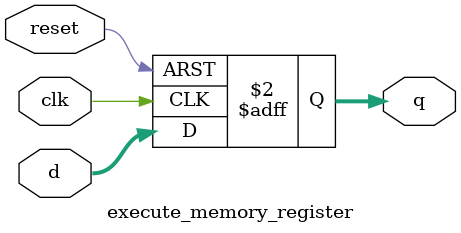
<source format=v>
`timescale 1ns/1ps

module execute_memory_register (
    input wire clk,
    input wire reset,
    input wire [229:0] d,
    output reg [229:0] q
);

    always @(posedge clk or posedge reset) begin
        if (reset)
            q <= {230{1'b0}};
        else
            q <= d;
    end
    
endmodule

</source>
